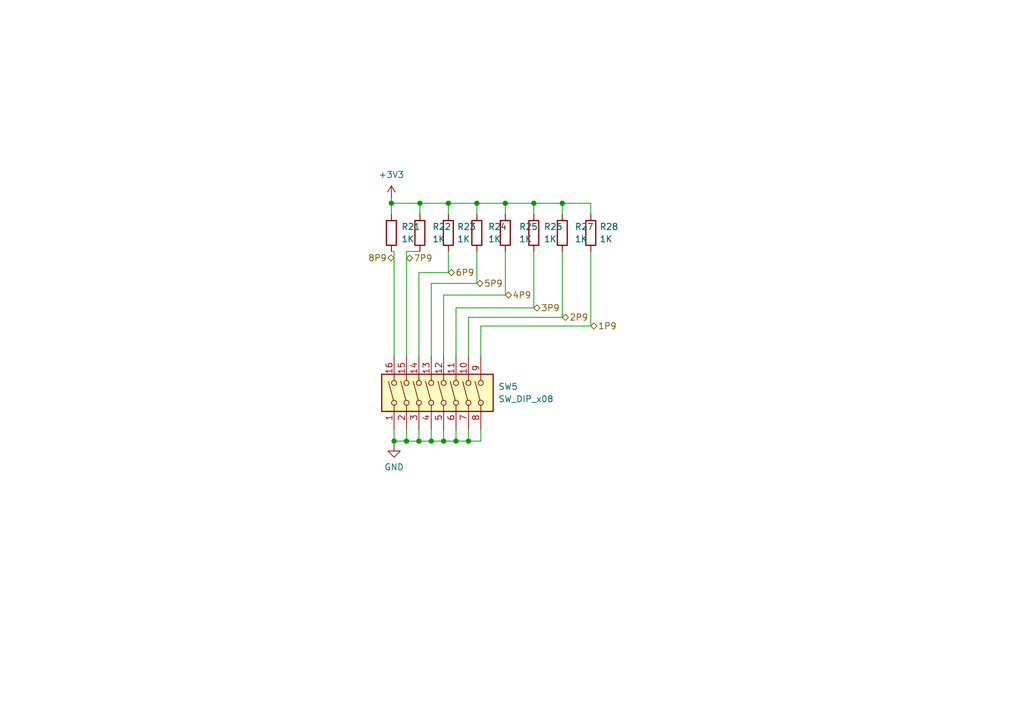
<source format=kicad_sch>
(kicad_sch (version 20230121) (generator eeschema)
  (paper "A5")
  (lib_symbols
    (symbol "Device:R" (pin_numbers hide) (pin_names (offset 0))
      (property "Reference" "R" (at 2.032 0 90))
      (property "Value" "R" (at 0 0 90))
      (symbol "R_0_1"
        (rectangle (start -1.016 -2.54) (end 1.016 2.54) (stroke (width 0.254)))
      )
      (symbol "R_1_1"
        (pin passive line (at 0 3.81 270) (length 1.27) (name "~") (number "1"))
        (pin passive line (at 0 -3.81 90) (length 1.27) (name "~") (number "2"))
      )
    )
    (symbol "Switch:SW_DIP_x08" (pin_names (offset 0) hide)
      (property "Reference" "SW" (at 0 13.97 0))
      (property "Value" "SW_DIP_x08" (at 0 -11.43 0))
      (symbol "SW_DIP_x08_0_0"
        (circle (center -2.032 -7.62) (radius 0.508))
        (circle (center -2.032 -5.08) (radius 0.508))
        (circle (center -2.032 -2.54) (radius 0.508))
        (circle (center -2.032 0) (radius 0.508))
        (circle (center -2.032 2.54) (radius 0.508))
        (circle (center -2.032 5.08) (radius 0.508))
        (circle (center -2.032 7.62) (radius 0.508))
        (circle (center -2.032 10.16) (radius 0.508))
        (polyline (pts (xy -1.524 -7.4676) (xy 2.3622 -6.4262)))
        (polyline (pts (xy -1.524 -4.9276) (xy 2.3622 -3.8862)))
        (polyline (pts (xy -1.524 -2.3876) (xy 2.3622 -1.3462)))
        (polyline (pts (xy -1.524 0.127) (xy 2.3622 1.1684)))
        (polyline (pts (xy -1.524 2.667) (xy 2.3622 3.7084)))
        (polyline (pts (xy -1.524 5.207) (xy 2.3622 6.2484)))
        (polyline (pts (xy -1.524 7.747) (xy 2.3622 8.7884)))
        (polyline (pts (xy -1.524 10.287) (xy 2.3622 11.3284)))
        (circle (center 2.032 -7.62) (radius 0.508))
        (circle (center 2.032 -5.08) (radius 0.508))
        (circle (center 2.032 -2.54) (radius 0.508))
        (circle (center 2.032 0) (radius 0.508))
        (circle (center 2.032 2.54) (radius 0.508))
        (circle (center 2.032 5.08) (radius 0.508))
        (circle (center 2.032 7.62) (radius 0.508))
        (circle (center 2.032 10.16) (radius 0.508))
      )
      (symbol "SW_DIP_x08_0_1"
        (rectangle (start -3.81 12.7) (end 3.81 -10.16) (stroke (width 0.254)) (fill (type background)))
      )
      (symbol "SW_DIP_x08_1_1"
        (pin passive line (at -7.62 10.16 0) (length 5.08) (name "~") (number "1"))
        (pin passive line (at 7.62 -5.08 180) (length 5.08) (name "~") (number "10"))
        (pin passive line (at 7.62 -2.54 180) (length 5.08) (name "~") (number "11"))
        (pin passive line (at 7.62 0 180) (length 5.08) (name "~") (number "12"))
        (pin passive line (at 7.62 2.54 180) (length 5.08) (name "~") (number "13"))
        (pin passive line (at 7.62 5.08 180) (length 5.08) (name "~") (number "14"))
        (pin passive line (at 7.62 7.62 180) (length 5.08) (name "~") (number "15"))
        (pin passive line (at 7.62 10.16 180) (length 5.08) (name "~") (number "16"))
        (pin passive line (at -7.62 7.62 0) (length 5.08) (name "~") (number "2"))
        (pin passive line (at -7.62 5.08 0) (length 5.08) (name "~") (number "3"))
        (pin passive line (at -7.62 2.54 0) (length 5.08) (name "~") (number "4"))
        (pin passive line (at -7.62 0 0) (length 5.08) (name "~") (number "5"))
        (pin passive line (at -7.62 -2.54 0) (length 5.08) (name "~") (number "6"))
        (pin passive line (at -7.62 -5.08 0) (length 5.08) (name "~") (number "7"))
        (pin passive line (at -7.62 -7.62 0) (length 5.08) (name "~") (number "8"))
        (pin passive line (at 7.62 -7.62 180) (length 5.08) (name "~") (number "9"))
      )
    )
    (symbol "power:+3V3" (power) (pin_names (offset 0))
      (property "Value" "+3V3" (at 0 3.556 0))
      (symbol "+3V3_0_1"
        (polyline (pts (xy -0.762 1.27) (xy 0 2.54)))
        (polyline (pts (xy 0 0) (xy 0 2.54)))
        (polyline (pts (xy 0 2.54) (xy 0.762 1.27)))
      )
      (symbol "+3V3_1_1"
        (pin power_in line (at 0 0 90) (length 0) hide (name "+3V3") (number "1"))
      )
    )
    (symbol "power:GND" (power) (pin_names (offset 0))
      (property "Value" "GND" (at 0 -3.81 0))
      (symbol "GND_0_1"
        (polyline (pts (xy 0 0) (xy 0 -1.27) (xy 1.27 -1.27) (xy 0 -2.54) (xy -1.27 -1.27) (xy 0 -1.27)))
      )
      (symbol "GND_1_1"
        (pin power_in line (at 0 0 270) (length 0) hide (name "GND") (number "1"))
      )
    )
  )
  (junction (at 88.4428 90.5256))
  (junction (at 86.106 41.7068))
  (junction (at 97.79 41.7068))
  (junction (at 109.474 41.7068))
  (junction (at 103.632 41.7068))
  (junction (at 83.3628 90.5256))
  (junction (at 115.316 41.7068))
  (junction (at 93.5228 90.5256))
  (junction (at 80.264 41.7068))
  (junction (at 96.0628 90.5256))
  (junction (at 85.9028 90.5256))
  (junction (at 91.948 41.7068))
  (junction (at 90.9828 90.5256))
  (junction (at 80.8228 90.5256))
  (wire (pts (xy 83.3628 72.9996) (xy 83.3628 51.6128)))
  (wire (pts (xy 83.3628 51.6128) (xy 86.106 51.6128)))
  (wire (pts (xy 85.9028 55.9308) (xy 91.948 55.9308)))
  (wire (pts (xy 91.948 41.7068) (xy 91.948 43.9928)))
  (wire (pts (xy 85.9028 88.2396) (xy 85.9028 90.5256)))
  (wire (pts (xy 121.158 66.9036) (xy 98.6028 66.9036)))
  (wire (pts (xy 80.264 41.7068) (xy 80.264 43.9928)))
  (wire (pts (xy 109.474 63.1952) (xy 109.474 51.6128)))
  (wire (pts (xy 90.9828 90.5256) (xy 88.4428 90.5256)))
  (wire (pts (xy 121.158 41.7068) (xy 115.316 41.7068)))
  (wire (pts (xy 115.316 41.7068) (xy 115.316 43.9928)))
  (wire (pts (xy 80.8228 72.9996) (xy 80.8228 51.6128)))
  (wire (pts (xy 83.3628 88.2396) (xy 83.3628 90.5256)))
  (wire (pts (xy 121.158 51.6128) (xy 121.158 66.9036)))
  (wire (pts (xy 93.5228 63.1952) (xy 109.474 63.1952)))
  (wire (pts (xy 93.5228 90.5256) (xy 90.9828 90.5256)))
  (wire (pts (xy 88.4428 58.166) (xy 97.79 58.166)))
  (wire (pts (xy 109.474 41.7068) (xy 103.632 41.7068)))
  (wire (pts (xy 80.8228 90.5256) (xy 80.8228 91.2876)))
  (wire (pts (xy 86.106 41.7068) (xy 86.106 43.9928)))
  (wire (pts (xy 91.948 41.7068) (xy 86.106 41.7068)))
  (wire (pts (xy 97.79 58.166) (xy 97.79 51.6128)))
  (wire (pts (xy 115.316 65.1256) (xy 115.316 51.6128)))
  (wire (pts (xy 85.9028 72.9996) (xy 85.9028 55.9308)))
  (wire (pts (xy 90.9828 60.5536) (xy 103.632 60.5536)))
  (wire (pts (xy 90.9828 72.9996) (xy 90.9828 60.5536)))
  (wire (pts (xy 93.5228 88.2396) (xy 93.5228 90.5256)))
  (wire (pts (xy 85.9028 90.5256) (xy 83.3628 90.5256)))
  (wire (pts (xy 96.0628 65.1256) (xy 115.316 65.1256)))
  (wire (pts (xy 88.4428 90.5256) (xy 85.9028 90.5256)))
  (wire (pts (xy 96.0628 88.2396) (xy 96.0628 90.5256)))
  (wire (pts (xy 98.6028 88.2396) (xy 98.6028 90.5256)))
  (wire (pts (xy 103.632 41.7068) (xy 97.79 41.7068)))
  (wire (pts (xy 86.106 41.7068) (xy 80.264 41.7068)))
  (wire (pts (xy 83.3628 90.5256) (xy 80.8228 90.5256)))
  (wire (pts (xy 103.632 41.7068) (xy 103.632 43.9928)))
  (wire (pts (xy 96.0628 90.5256) (xy 93.5228 90.5256)))
  (wire (pts (xy 90.9828 88.2396) (xy 90.9828 90.5256)))
  (wire (pts (xy 98.6028 90.5256) (xy 96.0628 90.5256)))
  (wire (pts (xy 93.5228 72.9996) (xy 93.5228 63.1952)))
  (wire (pts (xy 80.8228 51.6128) (xy 80.264 51.6128)))
  (wire (pts (xy 121.158 43.9928) (xy 121.158 41.7068)))
  (wire (pts (xy 88.4428 88.2396) (xy 88.4428 90.5256)))
  (wire (pts (xy 80.264 40.6908) (xy 80.264 41.7068)))
  (wire (pts (xy 109.474 41.7068) (xy 109.474 43.9928)))
  (wire (pts (xy 103.632 60.5536) (xy 103.632 51.6128)))
  (wire (pts (xy 88.4428 72.9996) (xy 88.4428 58.166)))
  (wire (pts (xy 80.8228 88.2396) (xy 80.8228 90.5256)))
  (wire (pts (xy 98.6028 66.9036) (xy 98.6028 72.9996)))
  (wire (pts (xy 96.0628 72.9996) (xy 96.0628 65.1256)))
  (wire (pts (xy 97.79 41.7068) (xy 97.79 43.9928)))
  (wire (pts (xy 97.79 41.7068) (xy 91.948 41.7068)))
  (wire (pts (xy 115.316 41.7068) (xy 109.474 41.7068)))
  (wire (pts (xy 91.948 55.9308) (xy 91.948 51.6128)))
  (hierarchical_label "2P9" (shape bidirectional) (at 115.316 65.1256 0))
  (hierarchical_label "3P9" (shape bidirectional) (at 109.474 63.1952 0))
  (hierarchical_label "6P9" (shape bidirectional) (at 91.948 55.9308 0))
  (hierarchical_label "8P9" (shape bidirectional) (at 80.8228 52.9336 180))
  (hierarchical_label "5P9" (shape bidirectional) (at 97.79 58.166 0))
  (hierarchical_label "7P9" (shape bidirectional) (at 83.3628 52.9844 0))
  (hierarchical_label "4P9" (shape bidirectional) (at 103.632 60.5536 0))
  (hierarchical_label "1P9" (shape bidirectional) (at 121.158 66.9036 0))
  (symbol (lib_id "Device:R") (at 103.632 47.8028 0) (unit 1)
    (property "Reference" "R25" (at 106.426 46.5327 0) (effects (justify left)))
    (property "Value" "1K" (at 106.426 49.0727 0) (effects (justify left)))
    (property "Footprint" "Resistor_SMD:R_0805_2012Metric" (effects hide))
    (instances (project "modulo del FPGA THT" (path "" (reference "R25") (unit 1))) (project "mod. de exp. FPGA spartan 6 mimasV2" (path "" (reference "R5") (unit 1))))
  )
  (symbol (lib_id "power:+3V3") (at 80.264 40.6908 0) (unit 1)
    (property "Reference" "#PWR012" (effects hide))
    (property "Value" "+3V3" (at 80.264 35.8648 0))
    (instances (project "modulo del FPGA THT" (path "" (reference "#PWR012") (unit 1))) (project "mod. de exp. FPGA spartan 6 mimasV2" (path "" (reference "#PWR0110") (unit 1))))
  )
  (symbol (lib_id "Device:R") (at 80.264 47.8028 0) (unit 1)
    (property "Reference" "R21" (at 82.296 46.5327 0) (effects (justify left)))
    (property "Value" "1K" (at 82.296 49.0727 0) (effects (justify left)))
    (property "Footprint" "Resistor_SMD:R_0805_2012Metric" (effects hide))
    (instances (project "modulo del FPGA THT" (path "" (reference "R21") (unit 1))) (project "mod. de exp. FPGA spartan 6 mimasV2" (path "" (reference "R1") (unit 1))))
  )
  (symbol (lib_id "power:GND") (at 80.8228 91.2876 0) (unit 1)
    (property "Reference" "#PWR013" (effects hide))
    (property "Value" "GND" (at 80.8228 95.8596 0))
    (instances (project "modulo del FPGA THT" (path "" (reference "#PWR013") (unit 1))) (project "mod. de exp. FPGA spartan 6 mimasV2" (path "" (reference "#PWR0109") (unit 1))))
  )
  (symbol (lib_id "Device:R") (at 97.79 47.8028 0) (unit 1)
    (property "Reference" "R24" (at 100.076 46.5327 0) (effects (justify left)))
    (property "Value" "1K" (at 100.076 49.0727 0) (effects (justify left)))
    (property "Footprint" "Resistor_SMD:R_0805_2012Metric" (effects hide))
    (instances (project "modulo del FPGA THT" (path "" (reference "R24") (unit 1))) (project "mod. de exp. FPGA spartan 6 mimasV2" (path "" (reference "R4") (unit 1))))
  )
  (symbol (lib_id "Device:R") (at 121.158 47.8028 0) (unit 1)
    (property "Reference" "R28" (at 122.936 46.5327 0) (effects (justify left)))
    (property "Value" "1K" (at 122.936 49.0727 0) (effects (justify left)))
    (property "Footprint" "Resistor_SMD:R_0805_2012Metric" (effects hide))
    (instances (project "modulo del FPGA THT" (path "" (reference "R28") (unit 1))) (project "mod. de exp. FPGA spartan 6 mimasV2" (path "" (reference "R8") (unit 1))))
  )
  (symbol (lib_id "Device:R") (at 115.316 47.8028 0) (unit 1)
    (property "Reference" "R27" (at 117.856 46.5327 0) (effects (justify left)))
    (property "Value" "1K" (at 117.856 49.0727 0) (effects (justify left)))
    (property "Footprint" "Resistor_SMD:R_0805_2012Metric" (effects hide))
    (instances (project "modulo del FPGA THT" (path "" (reference "R27") (unit 1))) (project "mod. de exp. FPGA spartan 6 mimasV2" (path "" (reference "R7") (unit 1))))
  )
  (symbol (lib_id "Device:R") (at 91.948 47.8028 0) (unit 1)
    (property "Reference" "R23" (at 93.726 46.5327 0) (effects (justify left)))
    (property "Value" "1K" (at 93.726 49.0727 0) (effects (justify left)))
    (property "Footprint" "Resistor_SMD:R_0805_2012Metric" (effects hide))
    (instances (project "modulo del FPGA THT" (path "" (reference "R23") (unit 1))) (project "mod. de exp. FPGA spartan 6 mimasV2" (path "" (reference "R3") (unit 1))))
  )
  (symbol (lib_id "Switch:SW_DIP_x08") (at 90.9828 80.6196 90) (unit 1)
    (property "Reference" "SW5" (at 102.1588 79.3495 90) (effects (justify right)))
    (property "Value" "SW_DIP_x08" (at 102.1588 81.8895 90) (effects (justify right)))
    (property "Footprint" "Button_Switch_THT:SW_DIP_SPSTx08_Slide_6.7x21.88mm_W7.62mm_P2.54mm_LowProfile" (effects hide))
    (instances (project "modulo del FPGA THT" (path "" (reference "SW5") (unit 1))) (project "mod. de exp. FPGA spartan 6 mimasV2" (path "" (reference "SW1") (unit 1))))
  )
  (symbol (lib_id "Device:R") (at 109.474 47.8028 0) (unit 1)
    (property "Reference" "R26" (at 111.506 46.5327 0) (effects (justify left)))
    (property "Value" "1K" (at 111.506 49.0727 0) (effects (justify left)))
    (property "Footprint" "Resistor_SMD:R_0805_2012Metric" (effects hide))
    (instances (project "modulo del FPGA THT" (path "" (reference "R26") (unit 1))) (project "mod. de exp. FPGA spartan 6 mimasV2" (path "" (reference "R6") (unit 1))))
  )
  (symbol (lib_id "Device:R") (at 86.106 47.8028 0) (unit 1)
    (property "Reference" "R22" (at 88.646 46.5327 0) (effects (justify left)))
    (property "Value" "1K" (at 88.646 49.0727 0) (effects (justify left)))
    (property "Footprint" "Resistor_SMD:R_0805_2012Metric" (effects hide))
    (instances (project "modulo del FPGA THT" (path "" (reference "R22") (unit 1))) (project "mod. de exp. FPGA spartan 6 mimasV2" (path "" (reference "R2") (unit 1))))
  )
)
</source>
